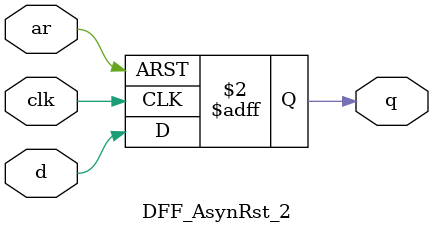
<source format=v>
`timescale 1ns / 1ps


module DFF_AsynRst_2(
    input clk,
    input d, 
    input ar,  
    output reg q
    );
    always @ (posedge clk or posedge ar) begin
    if(ar)
    q<=0;
    else
    q<=d;
    end
endmodule

</source>
